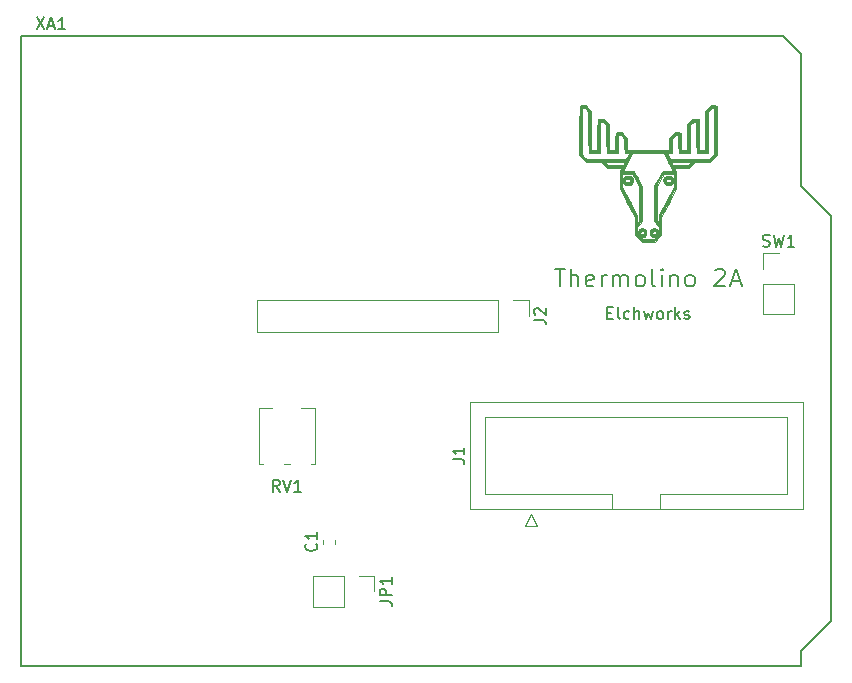
<source format=gbr>
G04 #@! TF.GenerationSoftware,KiCad,Pcbnew,(5.1.6)-1*
G04 #@! TF.CreationDate,2021-01-19T11:24:55+01:00*
G04 #@! TF.ProjectId,Thermolino 2A,54686572-6d6f-46c6-996e-6f2032412e6b,rev?*
G04 #@! TF.SameCoordinates,Original*
G04 #@! TF.FileFunction,Legend,Top*
G04 #@! TF.FilePolarity,Positive*
%FSLAX46Y46*%
G04 Gerber Fmt 4.6, Leading zero omitted, Abs format (unit mm)*
G04 Created by KiCad (PCBNEW (5.1.6)-1) date 2021-01-19 11:24:55*
%MOMM*%
%LPD*%
G01*
G04 APERTURE LIST*
%ADD10C,0.150000*%
%ADD11C,0.200000*%
%ADD12C,0.010000*%
%ADD13C,0.120000*%
%ADD14O,1.727200X1.727200*%
%ADD15O,1.700000X1.700000*%
%ADD16R,1.700000X1.700000*%
%ADD17R,1.300000X2.000000*%
%ADD18R,2.000000X2.000000*%
%ADD19C,1.700000*%
G04 APERTURE END LIST*
D10*
X202033619Y-84383571D02*
X202366952Y-84383571D01*
X202509809Y-84907380D02*
X202033619Y-84907380D01*
X202033619Y-83907380D01*
X202509809Y-83907380D01*
X203081238Y-84907380D02*
X202986000Y-84859761D01*
X202938380Y-84764523D01*
X202938380Y-83907380D01*
X203890761Y-84859761D02*
X203795523Y-84907380D01*
X203605047Y-84907380D01*
X203509809Y-84859761D01*
X203462190Y-84812142D01*
X203414571Y-84716904D01*
X203414571Y-84431190D01*
X203462190Y-84335952D01*
X203509809Y-84288333D01*
X203605047Y-84240714D01*
X203795523Y-84240714D01*
X203890761Y-84288333D01*
X204319333Y-84907380D02*
X204319333Y-83907380D01*
X204747904Y-84907380D02*
X204747904Y-84383571D01*
X204700285Y-84288333D01*
X204605047Y-84240714D01*
X204462190Y-84240714D01*
X204366952Y-84288333D01*
X204319333Y-84335952D01*
X205128857Y-84240714D02*
X205319333Y-84907380D01*
X205509809Y-84431190D01*
X205700285Y-84907380D01*
X205890761Y-84240714D01*
X206414571Y-84907380D02*
X206319333Y-84859761D01*
X206271714Y-84812142D01*
X206224095Y-84716904D01*
X206224095Y-84431190D01*
X206271714Y-84335952D01*
X206319333Y-84288333D01*
X206414571Y-84240714D01*
X206557428Y-84240714D01*
X206652666Y-84288333D01*
X206700285Y-84335952D01*
X206747904Y-84431190D01*
X206747904Y-84716904D01*
X206700285Y-84812142D01*
X206652666Y-84859761D01*
X206557428Y-84907380D01*
X206414571Y-84907380D01*
X207176476Y-84907380D02*
X207176476Y-84240714D01*
X207176476Y-84431190D02*
X207224095Y-84335952D01*
X207271714Y-84288333D01*
X207366952Y-84240714D01*
X207462190Y-84240714D01*
X207795523Y-84907380D02*
X207795523Y-83907380D01*
X207890761Y-84526428D02*
X208176476Y-84907380D01*
X208176476Y-84240714D02*
X207795523Y-84621666D01*
X208557428Y-84859761D02*
X208652666Y-84907380D01*
X208843142Y-84907380D01*
X208938380Y-84859761D01*
X208986000Y-84764523D01*
X208986000Y-84716904D01*
X208938380Y-84621666D01*
X208843142Y-84574047D01*
X208700285Y-84574047D01*
X208605047Y-84526428D01*
X208557428Y-84431190D01*
X208557428Y-84383571D01*
X208605047Y-84288333D01*
X208700285Y-84240714D01*
X208843142Y-84240714D01*
X208938380Y-84288333D01*
D11*
X197557428Y-80649071D02*
X198414571Y-80649071D01*
X197986000Y-82149071D02*
X197986000Y-80649071D01*
X198914571Y-82149071D02*
X198914571Y-80649071D01*
X199557428Y-82149071D02*
X199557428Y-81363357D01*
X199486000Y-81220500D01*
X199343142Y-81149071D01*
X199128857Y-81149071D01*
X198986000Y-81220500D01*
X198914571Y-81291928D01*
X200843142Y-82077642D02*
X200700285Y-82149071D01*
X200414571Y-82149071D01*
X200271714Y-82077642D01*
X200200285Y-81934785D01*
X200200285Y-81363357D01*
X200271714Y-81220500D01*
X200414571Y-81149071D01*
X200700285Y-81149071D01*
X200843142Y-81220500D01*
X200914571Y-81363357D01*
X200914571Y-81506214D01*
X200200285Y-81649071D01*
X201557428Y-82149071D02*
X201557428Y-81149071D01*
X201557428Y-81434785D02*
X201628857Y-81291928D01*
X201700285Y-81220500D01*
X201843142Y-81149071D01*
X201986000Y-81149071D01*
X202486000Y-82149071D02*
X202486000Y-81149071D01*
X202486000Y-81291928D02*
X202557428Y-81220500D01*
X202700285Y-81149071D01*
X202914571Y-81149071D01*
X203057428Y-81220500D01*
X203128857Y-81363357D01*
X203128857Y-82149071D01*
X203128857Y-81363357D02*
X203200285Y-81220500D01*
X203343142Y-81149071D01*
X203557428Y-81149071D01*
X203700285Y-81220500D01*
X203771714Y-81363357D01*
X203771714Y-82149071D01*
X204700285Y-82149071D02*
X204557428Y-82077642D01*
X204486000Y-82006214D01*
X204414571Y-81863357D01*
X204414571Y-81434785D01*
X204486000Y-81291928D01*
X204557428Y-81220500D01*
X204700285Y-81149071D01*
X204914571Y-81149071D01*
X205057428Y-81220500D01*
X205128857Y-81291928D01*
X205200285Y-81434785D01*
X205200285Y-81863357D01*
X205128857Y-82006214D01*
X205057428Y-82077642D01*
X204914571Y-82149071D01*
X204700285Y-82149071D01*
X206057428Y-82149071D02*
X205914571Y-82077642D01*
X205843142Y-81934785D01*
X205843142Y-80649071D01*
X206628857Y-82149071D02*
X206628857Y-81149071D01*
X206628857Y-80649071D02*
X206557428Y-80720500D01*
X206628857Y-80791928D01*
X206700285Y-80720500D01*
X206628857Y-80649071D01*
X206628857Y-80791928D01*
X207343142Y-81149071D02*
X207343142Y-82149071D01*
X207343142Y-81291928D02*
X207414571Y-81220500D01*
X207557428Y-81149071D01*
X207771714Y-81149071D01*
X207914571Y-81220500D01*
X207986000Y-81363357D01*
X207986000Y-82149071D01*
X208914571Y-82149071D02*
X208771714Y-82077642D01*
X208700285Y-82006214D01*
X208628857Y-81863357D01*
X208628857Y-81434785D01*
X208700285Y-81291928D01*
X208771714Y-81220500D01*
X208914571Y-81149071D01*
X209128857Y-81149071D01*
X209271714Y-81220500D01*
X209343142Y-81291928D01*
X209414571Y-81434785D01*
X209414571Y-81863357D01*
X209343142Y-82006214D01*
X209271714Y-82077642D01*
X209128857Y-82149071D01*
X208914571Y-82149071D01*
X211128857Y-80791928D02*
X211200285Y-80720500D01*
X211343142Y-80649071D01*
X211700285Y-80649071D01*
X211843142Y-80720500D01*
X211914571Y-80791928D01*
X211986000Y-80934785D01*
X211986000Y-81077642D01*
X211914571Y-81291928D01*
X211057428Y-82149071D01*
X211986000Y-82149071D01*
X212557428Y-81720500D02*
X213271714Y-81720500D01*
X212414571Y-82149071D02*
X212914571Y-80649071D01*
X213414571Y-82149071D01*
D12*
G36*
X200411847Y-67036420D02*
G01*
X200634600Y-67258140D01*
X200634600Y-70624700D01*
X201193400Y-70624700D01*
X201193400Y-69321680D01*
X201193707Y-69010817D01*
X201194677Y-68747704D01*
X201196379Y-68529294D01*
X201198882Y-68352540D01*
X201202257Y-68214395D01*
X201206572Y-68111812D01*
X201211897Y-68041745D01*
X201218303Y-68001145D01*
X201223879Y-67988180D01*
X201267181Y-67971839D01*
X201354820Y-67961438D01*
X201480603Y-67957701D01*
X201483727Y-67957700D01*
X201713095Y-67957700D01*
X201935847Y-68179420D01*
X202158600Y-68401140D01*
X202158600Y-70624700D01*
X202717400Y-70624700D01*
X202717400Y-69893180D01*
X202718053Y-69661063D01*
X202720109Y-69476087D01*
X202723715Y-69334608D01*
X202729016Y-69232983D01*
X202736157Y-69167567D01*
X202745285Y-69134716D01*
X202747879Y-69131180D01*
X202791195Y-69114847D01*
X202878957Y-69104451D01*
X203005084Y-69100702D01*
X203008759Y-69100700D01*
X203239159Y-69100700D01*
X203460879Y-69323452D01*
X203682600Y-69546204D01*
X203682600Y-70624700D01*
X207289400Y-70624700D01*
X207289400Y-69546204D01*
X207732840Y-69100700D01*
X207963240Y-69100700D01*
X208090268Y-69104269D01*
X208179087Y-69114504D01*
X208223615Y-69130694D01*
X208224120Y-69131180D01*
X208233764Y-69156499D01*
X208241385Y-69213478D01*
X208247130Y-69305761D01*
X208251144Y-69436991D01*
X208253572Y-69610812D01*
X208254560Y-69830868D01*
X208254600Y-69893180D01*
X208254600Y-70624700D01*
X208813400Y-70624700D01*
X208813400Y-68401140D01*
X209258904Y-67957700D01*
X209488272Y-67957700D01*
X209614819Y-67961282D01*
X209703356Y-67971546D01*
X209747691Y-67987765D01*
X209748120Y-67988180D01*
X209755384Y-68008605D01*
X209761516Y-68056205D01*
X209766585Y-68134027D01*
X209770661Y-68245117D01*
X209773814Y-68392522D01*
X209776112Y-68579290D01*
X209777627Y-68808467D01*
X209778427Y-69083099D01*
X209778600Y-69321680D01*
X209778600Y-70624700D01*
X210337400Y-70624700D01*
X210337400Y-67258140D01*
X210782904Y-66814700D01*
X211012272Y-66814700D01*
X211138819Y-66818282D01*
X211227356Y-66828546D01*
X211271691Y-66844765D01*
X211272120Y-66845180D01*
X211277908Y-66863036D01*
X211282985Y-66905956D01*
X211287387Y-66976435D01*
X211291148Y-67076971D01*
X211294305Y-67210058D01*
X211296895Y-67378192D01*
X211298953Y-67583871D01*
X211300514Y-67829590D01*
X211301616Y-68117845D01*
X211302293Y-68451132D01*
X211302583Y-68831948D01*
X211302600Y-68960144D01*
X211302600Y-71044628D01*
X211016452Y-71329964D01*
X210730305Y-71615300D01*
X210095226Y-71615299D01*
X209460146Y-71615299D01*
X209207100Y-71869299D01*
X208954053Y-72123299D01*
X207695161Y-72123299D01*
X207784380Y-72300465D01*
X207873600Y-72477631D01*
X207873600Y-73832681D01*
X207238600Y-75039167D01*
X206603600Y-76245654D01*
X206603600Y-77775628D01*
X206317452Y-78060964D01*
X206031305Y-78346300D01*
X204939071Y-78346300D01*
X204653735Y-78060152D01*
X204368400Y-77774005D01*
X204368400Y-76245654D01*
X203733400Y-75039167D01*
X203098400Y-73832681D01*
X203098400Y-72631300D01*
X203301600Y-72631300D01*
X203301600Y-73741345D01*
X203936600Y-74947832D01*
X204571600Y-76154318D01*
X204571600Y-76450209D01*
X204572273Y-76566015D01*
X204574105Y-76660569D01*
X204576813Y-76723908D01*
X204579994Y-76746100D01*
X204598130Y-76727304D01*
X204635932Y-76678911D01*
X204668894Y-76633997D01*
X204749400Y-76521895D01*
X204749400Y-73705455D01*
X204450961Y-73168377D01*
X204152523Y-72631300D01*
X203301600Y-72631300D01*
X203098400Y-72631300D01*
X203098400Y-72477631D01*
X203136134Y-72402700D01*
X203377908Y-72402700D01*
X204263340Y-72402700D01*
X204311592Y-72472550D01*
X204337303Y-72514137D01*
X204383371Y-72593082D01*
X204445714Y-72702208D01*
X204520249Y-72834338D01*
X204602895Y-72982294D01*
X204656222Y-73078472D01*
X204952600Y-73614545D01*
X204952600Y-76635802D01*
X204762753Y-76887801D01*
X204572907Y-77139800D01*
X204572253Y-77411350D01*
X204574244Y-77528567D01*
X204580240Y-77622221D01*
X204589368Y-77682185D01*
X204597000Y-77698600D01*
X204612059Y-77685332D01*
X204620718Y-77627127D01*
X204621572Y-77597000D01*
X204825600Y-77597000D01*
X204839333Y-77677097D01*
X204884819Y-77721668D01*
X204968489Y-77736607D01*
X204978000Y-77736700D01*
X205047599Y-77728697D01*
X205096583Y-77709138D01*
X205099920Y-77706220D01*
X205121781Y-77660349D01*
X205130400Y-77597000D01*
X205116666Y-77516902D01*
X205071180Y-77472331D01*
X204987510Y-77457392D01*
X204978000Y-77457300D01*
X204890621Y-77469888D01*
X204841998Y-77511584D01*
X204825700Y-77588282D01*
X204825600Y-77597000D01*
X204621572Y-77597000D01*
X204622400Y-77567819D01*
X204625489Y-77480041D01*
X204640432Y-77420985D01*
X204675737Y-77368688D01*
X204716454Y-77325020D01*
X204770852Y-77272676D01*
X204816849Y-77243823D01*
X204873202Y-77231495D01*
X204958668Y-77228722D01*
X204975733Y-77228700D01*
X205067929Y-77230754D01*
X205128451Y-77241493D01*
X205176394Y-77267785D01*
X205230852Y-77316496D01*
X205237279Y-77322754D01*
X205287925Y-77374943D01*
X205316739Y-77418850D01*
X205329868Y-77471830D01*
X205333458Y-77551239D01*
X205333600Y-77594733D01*
X205332005Y-77690170D01*
X205323188Y-77752457D01*
X205301100Y-77799231D01*
X205259694Y-77848127D01*
X205239545Y-77868979D01*
X205179160Y-77925732D01*
X205127192Y-77954378D01*
X205060777Y-77964351D01*
X205006193Y-77965300D01*
X204866895Y-77965300D01*
X204939900Y-78041500D01*
X205012904Y-78117700D01*
X205959095Y-78117700D01*
X206032100Y-78041500D01*
X206105104Y-77965300D01*
X205968073Y-77965300D01*
X205882192Y-77961416D01*
X205823002Y-77943343D01*
X205766595Y-77901445D01*
X205734720Y-77871245D01*
X205684074Y-77819056D01*
X205655260Y-77775149D01*
X205642131Y-77722169D01*
X205638541Y-77642760D01*
X205638400Y-77599266D01*
X205638437Y-77597000D01*
X205841600Y-77597000D01*
X205855333Y-77677097D01*
X205900819Y-77721668D01*
X205984489Y-77736607D01*
X205994000Y-77736700D01*
X206063599Y-77728697D01*
X206112583Y-77709138D01*
X206115920Y-77706220D01*
X206137781Y-77660349D01*
X206146400Y-77597000D01*
X206132666Y-77516902D01*
X206087180Y-77472331D01*
X206003510Y-77457392D01*
X205994000Y-77457300D01*
X205906621Y-77469888D01*
X205857998Y-77511584D01*
X205841700Y-77588282D01*
X205841600Y-77597000D01*
X205638437Y-77597000D01*
X205639994Y-77503829D01*
X205648811Y-77441542D01*
X205670899Y-77394768D01*
X205712305Y-77345872D01*
X205732454Y-77325020D01*
X205786852Y-77272676D01*
X205832849Y-77243823D01*
X205889202Y-77231495D01*
X205974668Y-77228722D01*
X205991733Y-77228700D01*
X206083929Y-77230754D01*
X206144451Y-77241493D01*
X206192394Y-77267785D01*
X206246852Y-77316496D01*
X206253279Y-77322754D01*
X206308240Y-77380660D01*
X206337024Y-77430099D01*
X206348004Y-77492185D01*
X206349600Y-77565553D01*
X206353460Y-77650945D01*
X206364345Y-77694961D01*
X206375000Y-77698600D01*
X206385774Y-77667639D01*
X206394015Y-77596033D01*
X206398850Y-77493909D01*
X206399746Y-77411350D01*
X206399092Y-77139800D01*
X206019400Y-76635802D01*
X206019400Y-73705455D01*
X206222600Y-73705455D01*
X206222600Y-76521895D01*
X206305150Y-76637054D01*
X206387700Y-76752214D01*
X206413100Y-76123800D01*
X207670400Y-73741632D01*
X207670400Y-72631300D01*
X206819476Y-72631300D01*
X206521038Y-73168377D01*
X206222600Y-73705455D01*
X206019400Y-73705455D01*
X206019400Y-73614545D01*
X206315777Y-73078472D01*
X206401394Y-72924325D01*
X206481421Y-72781571D01*
X206551778Y-72657387D01*
X206608381Y-72558951D01*
X206647150Y-72493438D01*
X206660407Y-72472549D01*
X206708659Y-72402699D01*
X207151375Y-72402700D01*
X207594091Y-72402700D01*
X207200644Y-71615300D01*
X207442351Y-71615300D01*
X207510867Y-71755000D01*
X207579382Y-71894700D01*
X208878635Y-71894700D01*
X209016600Y-71755000D01*
X209154564Y-71615300D01*
X207442351Y-71615300D01*
X207200644Y-71615300D01*
X206819887Y-70853300D01*
X207061103Y-70853300D01*
X207326381Y-71386700D01*
X210653895Y-71386700D01*
X210876647Y-71164979D01*
X211099400Y-70943259D01*
X211099400Y-67043300D01*
X210979433Y-67043300D01*
X210919143Y-67045681D01*
X210871616Y-67057602D01*
X210824188Y-67086225D01*
X210764194Y-67138711D01*
X210700033Y-67201316D01*
X210540600Y-67359332D01*
X210540600Y-69075836D01*
X210540378Y-69434102D01*
X210539683Y-69744288D01*
X210538467Y-70009113D01*
X210536682Y-70231296D01*
X210534281Y-70413555D01*
X210531216Y-70558609D01*
X210527440Y-70669177D01*
X210522906Y-70747976D01*
X210517566Y-70797727D01*
X210511373Y-70821146D01*
X210510119Y-70822820D01*
X210473126Y-70834818D01*
X210395999Y-70844019D01*
X210289328Y-70850424D01*
X210163700Y-70854032D01*
X210029706Y-70854843D01*
X209897935Y-70852858D01*
X209778975Y-70848076D01*
X209683415Y-70840497D01*
X209621846Y-70830122D01*
X209605880Y-70822820D01*
X209598615Y-70802394D01*
X209592483Y-70754794D01*
X209587414Y-70676972D01*
X209583338Y-70565882D01*
X209580185Y-70418477D01*
X209577887Y-70231709D01*
X209576372Y-70002532D01*
X209575572Y-69727900D01*
X209575400Y-69489320D01*
X209575400Y-68186300D01*
X209455433Y-68186300D01*
X209395143Y-68188681D01*
X209347616Y-68200602D01*
X209300188Y-68229225D01*
X209240194Y-68281711D01*
X209176033Y-68344316D01*
X209016600Y-68502332D01*
X209016600Y-69647336D01*
X209016238Y-69938273D01*
X209015098Y-70181616D01*
X209013097Y-70380565D01*
X209010152Y-70538320D01*
X209006180Y-70658083D01*
X209001097Y-70743053D01*
X208994821Y-70796432D01*
X208987269Y-70821419D01*
X208986120Y-70822819D01*
X208949126Y-70834818D01*
X208871999Y-70844019D01*
X208765328Y-70850424D01*
X208639700Y-70854032D01*
X208505706Y-70854843D01*
X208373935Y-70852858D01*
X208254975Y-70848076D01*
X208159415Y-70840497D01*
X208097846Y-70830122D01*
X208081880Y-70822820D01*
X208072235Y-70797500D01*
X208064614Y-70740521D01*
X208058869Y-70648238D01*
X208054855Y-70517008D01*
X208052427Y-70343187D01*
X208051439Y-70123131D01*
X208051400Y-70060820D01*
X208051400Y-69329300D01*
X207931433Y-69329300D01*
X207871143Y-69331681D01*
X207823616Y-69343602D01*
X207776188Y-69372225D01*
X207716194Y-69424711D01*
X207652033Y-69487316D01*
X207492600Y-69645332D01*
X207492600Y-70218836D01*
X207491670Y-70425145D01*
X207488758Y-70584379D01*
X207483678Y-70700232D01*
X207476241Y-70776396D01*
X207466263Y-70816564D01*
X207462120Y-70822819D01*
X207419791Y-70839415D01*
X207338679Y-70850105D01*
X207246371Y-70853300D01*
X207061103Y-70853300D01*
X206819887Y-70853300D01*
X204152112Y-70853300D01*
X203377908Y-72402700D01*
X203136134Y-72402700D01*
X203276838Y-72123299D01*
X202017946Y-72123299D01*
X201764899Y-71869299D01*
X201511854Y-71615300D01*
X201817435Y-71615300D01*
X201955400Y-71755000D01*
X202093364Y-71894700D01*
X203392617Y-71894700D01*
X203461132Y-71755000D01*
X203529648Y-71615300D01*
X201817435Y-71615300D01*
X201511854Y-71615300D01*
X201511853Y-71615299D01*
X200875962Y-71615299D01*
X200240071Y-71615300D01*
X199954735Y-71329152D01*
X199669400Y-71043005D01*
X199669400Y-68959332D01*
X199669576Y-68563343D01*
X199670130Y-68215657D01*
X199671096Y-67913777D01*
X199672512Y-67655206D01*
X199674413Y-67437447D01*
X199676835Y-67258005D01*
X199679813Y-67114382D01*
X199682114Y-67043300D01*
X199872600Y-67043300D01*
X199872600Y-70941195D01*
X200094320Y-71163947D01*
X200316040Y-71386700D01*
X203645618Y-71386700D01*
X203910896Y-70853300D01*
X203725628Y-70853300D01*
X203620522Y-70849066D01*
X203543959Y-70837480D01*
X203509880Y-70822820D01*
X203498950Y-70794385D01*
X203490635Y-70731216D01*
X203484747Y-70629621D01*
X203481100Y-70485907D01*
X203479507Y-70296383D01*
X203479400Y-70220253D01*
X203479399Y-69648166D01*
X203321383Y-69488733D01*
X203243566Y-69411938D01*
X203188079Y-69364802D01*
X203142300Y-69340123D01*
X203093606Y-69330698D01*
X203041983Y-69329300D01*
X202920600Y-69329300D01*
X202920600Y-70060820D01*
X202919946Y-70292936D01*
X202917890Y-70477912D01*
X202914284Y-70619391D01*
X202908983Y-70721016D01*
X202901842Y-70786432D01*
X202892714Y-70819283D01*
X202890119Y-70822820D01*
X202853126Y-70834818D01*
X202775999Y-70844019D01*
X202669328Y-70850424D01*
X202543700Y-70854032D01*
X202409706Y-70854843D01*
X202277935Y-70852858D01*
X202158975Y-70848076D01*
X202063415Y-70840497D01*
X202001846Y-70830122D01*
X201985879Y-70822819D01*
X201978140Y-70801496D01*
X201971689Y-70752217D01*
X201966445Y-70671779D01*
X201962323Y-70556980D01*
X201959242Y-70404619D01*
X201957117Y-70211492D01*
X201955866Y-69974399D01*
X201955406Y-69690138D01*
X201955399Y-69648753D01*
X201955399Y-68505166D01*
X201797383Y-68345733D01*
X201719566Y-68268938D01*
X201664079Y-68221802D01*
X201618300Y-68197123D01*
X201569606Y-68187698D01*
X201517983Y-68186299D01*
X201396600Y-68186300D01*
X201396600Y-69489319D01*
X201396292Y-69800182D01*
X201395322Y-70063295D01*
X201393620Y-70281705D01*
X201391117Y-70458459D01*
X201387742Y-70596604D01*
X201383427Y-70699187D01*
X201378102Y-70769254D01*
X201371696Y-70809854D01*
X201366120Y-70822819D01*
X201329126Y-70834818D01*
X201251999Y-70844019D01*
X201145328Y-70850424D01*
X201019700Y-70854032D01*
X200885706Y-70854843D01*
X200753935Y-70852858D01*
X200634975Y-70848076D01*
X200539415Y-70840497D01*
X200477846Y-70830122D01*
X200461879Y-70822820D01*
X200455519Y-70804005D01*
X200450022Y-70759363D01*
X200445340Y-70686174D01*
X200441425Y-70581718D01*
X200438232Y-70443277D01*
X200435711Y-70268130D01*
X200433815Y-70053557D01*
X200432498Y-69796840D01*
X200431711Y-69495259D01*
X200431407Y-69146093D01*
X200431400Y-69077253D01*
X200431399Y-67362166D01*
X200273383Y-67202733D01*
X200195566Y-67125938D01*
X200140079Y-67078802D01*
X200094300Y-67054123D01*
X200045606Y-67044698D01*
X199993983Y-67043300D01*
X199872600Y-67043300D01*
X199682114Y-67043300D01*
X199683385Y-67004082D01*
X199687586Y-66924610D01*
X199692452Y-66873467D01*
X199698019Y-66848157D01*
X199699879Y-66845180D01*
X199743181Y-66828839D01*
X199830820Y-66818438D01*
X199956603Y-66814701D01*
X199959727Y-66814700D01*
X200189095Y-66814700D01*
X200411847Y-67036420D01*
G37*
X200411847Y-67036420D02*
X200634600Y-67258140D01*
X200634600Y-70624700D01*
X201193400Y-70624700D01*
X201193400Y-69321680D01*
X201193707Y-69010817D01*
X201194677Y-68747704D01*
X201196379Y-68529294D01*
X201198882Y-68352540D01*
X201202257Y-68214395D01*
X201206572Y-68111812D01*
X201211897Y-68041745D01*
X201218303Y-68001145D01*
X201223879Y-67988180D01*
X201267181Y-67971839D01*
X201354820Y-67961438D01*
X201480603Y-67957701D01*
X201483727Y-67957700D01*
X201713095Y-67957700D01*
X201935847Y-68179420D01*
X202158600Y-68401140D01*
X202158600Y-70624700D01*
X202717400Y-70624700D01*
X202717400Y-69893180D01*
X202718053Y-69661063D01*
X202720109Y-69476087D01*
X202723715Y-69334608D01*
X202729016Y-69232983D01*
X202736157Y-69167567D01*
X202745285Y-69134716D01*
X202747879Y-69131180D01*
X202791195Y-69114847D01*
X202878957Y-69104451D01*
X203005084Y-69100702D01*
X203008759Y-69100700D01*
X203239159Y-69100700D01*
X203460879Y-69323452D01*
X203682600Y-69546204D01*
X203682600Y-70624700D01*
X207289400Y-70624700D01*
X207289400Y-69546204D01*
X207732840Y-69100700D01*
X207963240Y-69100700D01*
X208090268Y-69104269D01*
X208179087Y-69114504D01*
X208223615Y-69130694D01*
X208224120Y-69131180D01*
X208233764Y-69156499D01*
X208241385Y-69213478D01*
X208247130Y-69305761D01*
X208251144Y-69436991D01*
X208253572Y-69610812D01*
X208254560Y-69830868D01*
X208254600Y-69893180D01*
X208254600Y-70624700D01*
X208813400Y-70624700D01*
X208813400Y-68401140D01*
X209258904Y-67957700D01*
X209488272Y-67957700D01*
X209614819Y-67961282D01*
X209703356Y-67971546D01*
X209747691Y-67987765D01*
X209748120Y-67988180D01*
X209755384Y-68008605D01*
X209761516Y-68056205D01*
X209766585Y-68134027D01*
X209770661Y-68245117D01*
X209773814Y-68392522D01*
X209776112Y-68579290D01*
X209777627Y-68808467D01*
X209778427Y-69083099D01*
X209778600Y-69321680D01*
X209778600Y-70624700D01*
X210337400Y-70624700D01*
X210337400Y-67258140D01*
X210782904Y-66814700D01*
X211012272Y-66814700D01*
X211138819Y-66818282D01*
X211227356Y-66828546D01*
X211271691Y-66844765D01*
X211272120Y-66845180D01*
X211277908Y-66863036D01*
X211282985Y-66905956D01*
X211287387Y-66976435D01*
X211291148Y-67076971D01*
X211294305Y-67210058D01*
X211296895Y-67378192D01*
X211298953Y-67583871D01*
X211300514Y-67829590D01*
X211301616Y-68117845D01*
X211302293Y-68451132D01*
X211302583Y-68831948D01*
X211302600Y-68960144D01*
X211302600Y-71044628D01*
X211016452Y-71329964D01*
X210730305Y-71615300D01*
X210095226Y-71615299D01*
X209460146Y-71615299D01*
X209207100Y-71869299D01*
X208954053Y-72123299D01*
X207695161Y-72123299D01*
X207784380Y-72300465D01*
X207873600Y-72477631D01*
X207873600Y-73832681D01*
X207238600Y-75039167D01*
X206603600Y-76245654D01*
X206603600Y-77775628D01*
X206317452Y-78060964D01*
X206031305Y-78346300D01*
X204939071Y-78346300D01*
X204653735Y-78060152D01*
X204368400Y-77774005D01*
X204368400Y-76245654D01*
X203733400Y-75039167D01*
X203098400Y-73832681D01*
X203098400Y-72631300D01*
X203301600Y-72631300D01*
X203301600Y-73741345D01*
X203936600Y-74947832D01*
X204571600Y-76154318D01*
X204571600Y-76450209D01*
X204572273Y-76566015D01*
X204574105Y-76660569D01*
X204576813Y-76723908D01*
X204579994Y-76746100D01*
X204598130Y-76727304D01*
X204635932Y-76678911D01*
X204668894Y-76633997D01*
X204749400Y-76521895D01*
X204749400Y-73705455D01*
X204450961Y-73168377D01*
X204152523Y-72631300D01*
X203301600Y-72631300D01*
X203098400Y-72631300D01*
X203098400Y-72477631D01*
X203136134Y-72402700D01*
X203377908Y-72402700D01*
X204263340Y-72402700D01*
X204311592Y-72472550D01*
X204337303Y-72514137D01*
X204383371Y-72593082D01*
X204445714Y-72702208D01*
X204520249Y-72834338D01*
X204602895Y-72982294D01*
X204656222Y-73078472D01*
X204952600Y-73614545D01*
X204952600Y-76635802D01*
X204762753Y-76887801D01*
X204572907Y-77139800D01*
X204572253Y-77411350D01*
X204574244Y-77528567D01*
X204580240Y-77622221D01*
X204589368Y-77682185D01*
X204597000Y-77698600D01*
X204612059Y-77685332D01*
X204620718Y-77627127D01*
X204621572Y-77597000D01*
X204825600Y-77597000D01*
X204839333Y-77677097D01*
X204884819Y-77721668D01*
X204968489Y-77736607D01*
X204978000Y-77736700D01*
X205047599Y-77728697D01*
X205096583Y-77709138D01*
X205099920Y-77706220D01*
X205121781Y-77660349D01*
X205130400Y-77597000D01*
X205116666Y-77516902D01*
X205071180Y-77472331D01*
X204987510Y-77457392D01*
X204978000Y-77457300D01*
X204890621Y-77469888D01*
X204841998Y-77511584D01*
X204825700Y-77588282D01*
X204825600Y-77597000D01*
X204621572Y-77597000D01*
X204622400Y-77567819D01*
X204625489Y-77480041D01*
X204640432Y-77420985D01*
X204675737Y-77368688D01*
X204716454Y-77325020D01*
X204770852Y-77272676D01*
X204816849Y-77243823D01*
X204873202Y-77231495D01*
X204958668Y-77228722D01*
X204975733Y-77228700D01*
X205067929Y-77230754D01*
X205128451Y-77241493D01*
X205176394Y-77267785D01*
X205230852Y-77316496D01*
X205237279Y-77322754D01*
X205287925Y-77374943D01*
X205316739Y-77418850D01*
X205329868Y-77471830D01*
X205333458Y-77551239D01*
X205333600Y-77594733D01*
X205332005Y-77690170D01*
X205323188Y-77752457D01*
X205301100Y-77799231D01*
X205259694Y-77848127D01*
X205239545Y-77868979D01*
X205179160Y-77925732D01*
X205127192Y-77954378D01*
X205060777Y-77964351D01*
X205006193Y-77965300D01*
X204866895Y-77965300D01*
X204939900Y-78041500D01*
X205012904Y-78117700D01*
X205959095Y-78117700D01*
X206032100Y-78041500D01*
X206105104Y-77965300D01*
X205968073Y-77965300D01*
X205882192Y-77961416D01*
X205823002Y-77943343D01*
X205766595Y-77901445D01*
X205734720Y-77871245D01*
X205684074Y-77819056D01*
X205655260Y-77775149D01*
X205642131Y-77722169D01*
X205638541Y-77642760D01*
X205638400Y-77599266D01*
X205638437Y-77597000D01*
X205841600Y-77597000D01*
X205855333Y-77677097D01*
X205900819Y-77721668D01*
X205984489Y-77736607D01*
X205994000Y-77736700D01*
X206063599Y-77728697D01*
X206112583Y-77709138D01*
X206115920Y-77706220D01*
X206137781Y-77660349D01*
X206146400Y-77597000D01*
X206132666Y-77516902D01*
X206087180Y-77472331D01*
X206003510Y-77457392D01*
X205994000Y-77457300D01*
X205906621Y-77469888D01*
X205857998Y-77511584D01*
X205841700Y-77588282D01*
X205841600Y-77597000D01*
X205638437Y-77597000D01*
X205639994Y-77503829D01*
X205648811Y-77441542D01*
X205670899Y-77394768D01*
X205712305Y-77345872D01*
X205732454Y-77325020D01*
X205786852Y-77272676D01*
X205832849Y-77243823D01*
X205889202Y-77231495D01*
X205974668Y-77228722D01*
X205991733Y-77228700D01*
X206083929Y-77230754D01*
X206144451Y-77241493D01*
X206192394Y-77267785D01*
X206246852Y-77316496D01*
X206253279Y-77322754D01*
X206308240Y-77380660D01*
X206337024Y-77430099D01*
X206348004Y-77492185D01*
X206349600Y-77565553D01*
X206353460Y-77650945D01*
X206364345Y-77694961D01*
X206375000Y-77698600D01*
X206385774Y-77667639D01*
X206394015Y-77596033D01*
X206398850Y-77493909D01*
X206399746Y-77411350D01*
X206399092Y-77139800D01*
X206019400Y-76635802D01*
X206019400Y-73705455D01*
X206222600Y-73705455D01*
X206222600Y-76521895D01*
X206305150Y-76637054D01*
X206387700Y-76752214D01*
X206413100Y-76123800D01*
X207670400Y-73741632D01*
X207670400Y-72631300D01*
X206819476Y-72631300D01*
X206521038Y-73168377D01*
X206222600Y-73705455D01*
X206019400Y-73705455D01*
X206019400Y-73614545D01*
X206315777Y-73078472D01*
X206401394Y-72924325D01*
X206481421Y-72781571D01*
X206551778Y-72657387D01*
X206608381Y-72558951D01*
X206647150Y-72493438D01*
X206660407Y-72472549D01*
X206708659Y-72402699D01*
X207151375Y-72402700D01*
X207594091Y-72402700D01*
X207200644Y-71615300D01*
X207442351Y-71615300D01*
X207510867Y-71755000D01*
X207579382Y-71894700D01*
X208878635Y-71894700D01*
X209016600Y-71755000D01*
X209154564Y-71615300D01*
X207442351Y-71615300D01*
X207200644Y-71615300D01*
X206819887Y-70853300D01*
X207061103Y-70853300D01*
X207326381Y-71386700D01*
X210653895Y-71386700D01*
X210876647Y-71164979D01*
X211099400Y-70943259D01*
X211099400Y-67043300D01*
X210979433Y-67043300D01*
X210919143Y-67045681D01*
X210871616Y-67057602D01*
X210824188Y-67086225D01*
X210764194Y-67138711D01*
X210700033Y-67201316D01*
X210540600Y-67359332D01*
X210540600Y-69075836D01*
X210540378Y-69434102D01*
X210539683Y-69744288D01*
X210538467Y-70009113D01*
X210536682Y-70231296D01*
X210534281Y-70413555D01*
X210531216Y-70558609D01*
X210527440Y-70669177D01*
X210522906Y-70747976D01*
X210517566Y-70797727D01*
X210511373Y-70821146D01*
X210510119Y-70822820D01*
X210473126Y-70834818D01*
X210395999Y-70844019D01*
X210289328Y-70850424D01*
X210163700Y-70854032D01*
X210029706Y-70854843D01*
X209897935Y-70852858D01*
X209778975Y-70848076D01*
X209683415Y-70840497D01*
X209621846Y-70830122D01*
X209605880Y-70822820D01*
X209598615Y-70802394D01*
X209592483Y-70754794D01*
X209587414Y-70676972D01*
X209583338Y-70565882D01*
X209580185Y-70418477D01*
X209577887Y-70231709D01*
X209576372Y-70002532D01*
X209575572Y-69727900D01*
X209575400Y-69489320D01*
X209575400Y-68186300D01*
X209455433Y-68186300D01*
X209395143Y-68188681D01*
X209347616Y-68200602D01*
X209300188Y-68229225D01*
X209240194Y-68281711D01*
X209176033Y-68344316D01*
X209016600Y-68502332D01*
X209016600Y-69647336D01*
X209016238Y-69938273D01*
X209015098Y-70181616D01*
X209013097Y-70380565D01*
X209010152Y-70538320D01*
X209006180Y-70658083D01*
X209001097Y-70743053D01*
X208994821Y-70796432D01*
X208987269Y-70821419D01*
X208986120Y-70822819D01*
X208949126Y-70834818D01*
X208871999Y-70844019D01*
X208765328Y-70850424D01*
X208639700Y-70854032D01*
X208505706Y-70854843D01*
X208373935Y-70852858D01*
X208254975Y-70848076D01*
X208159415Y-70840497D01*
X208097846Y-70830122D01*
X208081880Y-70822820D01*
X208072235Y-70797500D01*
X208064614Y-70740521D01*
X208058869Y-70648238D01*
X208054855Y-70517008D01*
X208052427Y-70343187D01*
X208051439Y-70123131D01*
X208051400Y-70060820D01*
X208051400Y-69329300D01*
X207931433Y-69329300D01*
X207871143Y-69331681D01*
X207823616Y-69343602D01*
X207776188Y-69372225D01*
X207716194Y-69424711D01*
X207652033Y-69487316D01*
X207492600Y-69645332D01*
X207492600Y-70218836D01*
X207491670Y-70425145D01*
X207488758Y-70584379D01*
X207483678Y-70700232D01*
X207476241Y-70776396D01*
X207466263Y-70816564D01*
X207462120Y-70822819D01*
X207419791Y-70839415D01*
X207338679Y-70850105D01*
X207246371Y-70853300D01*
X207061103Y-70853300D01*
X206819887Y-70853300D01*
X204152112Y-70853300D01*
X203377908Y-72402700D01*
X203136134Y-72402700D01*
X203276838Y-72123299D01*
X202017946Y-72123299D01*
X201764899Y-71869299D01*
X201511854Y-71615300D01*
X201817435Y-71615300D01*
X201955400Y-71755000D01*
X202093364Y-71894700D01*
X203392617Y-71894700D01*
X203461132Y-71755000D01*
X203529648Y-71615300D01*
X201817435Y-71615300D01*
X201511854Y-71615300D01*
X201511853Y-71615299D01*
X200875962Y-71615299D01*
X200240071Y-71615300D01*
X199954735Y-71329152D01*
X199669400Y-71043005D01*
X199669400Y-68959332D01*
X199669576Y-68563343D01*
X199670130Y-68215657D01*
X199671096Y-67913777D01*
X199672512Y-67655206D01*
X199674413Y-67437447D01*
X199676835Y-67258005D01*
X199679813Y-67114382D01*
X199682114Y-67043300D01*
X199872600Y-67043300D01*
X199872600Y-70941195D01*
X200094320Y-71163947D01*
X200316040Y-71386700D01*
X203645618Y-71386700D01*
X203910896Y-70853300D01*
X203725628Y-70853300D01*
X203620522Y-70849066D01*
X203543959Y-70837480D01*
X203509880Y-70822820D01*
X203498950Y-70794385D01*
X203490635Y-70731216D01*
X203484747Y-70629621D01*
X203481100Y-70485907D01*
X203479507Y-70296383D01*
X203479400Y-70220253D01*
X203479399Y-69648166D01*
X203321383Y-69488733D01*
X203243566Y-69411938D01*
X203188079Y-69364802D01*
X203142300Y-69340123D01*
X203093606Y-69330698D01*
X203041983Y-69329300D01*
X202920600Y-69329300D01*
X202920600Y-70060820D01*
X202919946Y-70292936D01*
X202917890Y-70477912D01*
X202914284Y-70619391D01*
X202908983Y-70721016D01*
X202901842Y-70786432D01*
X202892714Y-70819283D01*
X202890119Y-70822820D01*
X202853126Y-70834818D01*
X202775999Y-70844019D01*
X202669328Y-70850424D01*
X202543700Y-70854032D01*
X202409706Y-70854843D01*
X202277935Y-70852858D01*
X202158975Y-70848076D01*
X202063415Y-70840497D01*
X202001846Y-70830122D01*
X201985879Y-70822819D01*
X201978140Y-70801496D01*
X201971689Y-70752217D01*
X201966445Y-70671779D01*
X201962323Y-70556980D01*
X201959242Y-70404619D01*
X201957117Y-70211492D01*
X201955866Y-69974399D01*
X201955406Y-69690138D01*
X201955399Y-69648753D01*
X201955399Y-68505166D01*
X201797383Y-68345733D01*
X201719566Y-68268938D01*
X201664079Y-68221802D01*
X201618300Y-68197123D01*
X201569606Y-68187698D01*
X201517983Y-68186299D01*
X201396600Y-68186300D01*
X201396600Y-69489319D01*
X201396292Y-69800182D01*
X201395322Y-70063295D01*
X201393620Y-70281705D01*
X201391117Y-70458459D01*
X201387742Y-70596604D01*
X201383427Y-70699187D01*
X201378102Y-70769254D01*
X201371696Y-70809854D01*
X201366120Y-70822819D01*
X201329126Y-70834818D01*
X201251999Y-70844019D01*
X201145328Y-70850424D01*
X201019700Y-70854032D01*
X200885706Y-70854843D01*
X200753935Y-70852858D01*
X200634975Y-70848076D01*
X200539415Y-70840497D01*
X200477846Y-70830122D01*
X200461879Y-70822820D01*
X200455519Y-70804005D01*
X200450022Y-70759363D01*
X200445340Y-70686174D01*
X200441425Y-70581718D01*
X200438232Y-70443277D01*
X200435711Y-70268130D01*
X200433815Y-70053557D01*
X200432498Y-69796840D01*
X200431711Y-69495259D01*
X200431407Y-69146093D01*
X200431400Y-69077253D01*
X200431399Y-67362166D01*
X200273383Y-67202733D01*
X200195566Y-67125938D01*
X200140079Y-67078802D01*
X200094300Y-67054123D01*
X200045606Y-67044698D01*
X199993983Y-67043300D01*
X199872600Y-67043300D01*
X199682114Y-67043300D01*
X199683385Y-67004082D01*
X199687586Y-66924610D01*
X199692452Y-66873467D01*
X199698019Y-66848157D01*
X199699879Y-66845180D01*
X199743181Y-66828839D01*
X199830820Y-66818438D01*
X199956603Y-66814701D01*
X199959727Y-66814700D01*
X200189095Y-66814700D01*
X200411847Y-67036420D01*
G36*
X204096545Y-72880020D02*
G01*
X204146131Y-72933819D01*
X204174285Y-72979329D01*
X204187053Y-73034188D01*
X204190485Y-73116032D01*
X204190600Y-73154266D01*
X204189120Y-73249265D01*
X204180582Y-73310827D01*
X204158841Y-73356308D01*
X204117750Y-73403064D01*
X204094279Y-73426245D01*
X203997958Y-73520300D01*
X203540509Y-73520300D01*
X203446454Y-73423979D01*
X203396868Y-73370180D01*
X203368714Y-73324670D01*
X203355946Y-73269811D01*
X203352514Y-73187967D01*
X203352407Y-73152000D01*
X203555600Y-73152000D01*
X203564893Y-73217769D01*
X203586080Y-73261220D01*
X203629883Y-73279016D01*
X203705563Y-73288874D01*
X203794819Y-73290794D01*
X203879352Y-73284777D01*
X203940862Y-73270821D01*
X203956920Y-73261219D01*
X203978781Y-73215349D01*
X203987400Y-73152000D01*
X203978424Y-73082669D01*
X203945733Y-73040005D01*
X203880684Y-73018414D01*
X203774632Y-73012302D01*
X203771500Y-73012300D01*
X203664353Y-73018107D01*
X203598418Y-73039260D01*
X203565049Y-73081351D01*
X203555604Y-73149973D01*
X203555600Y-73152000D01*
X203352407Y-73152000D01*
X203352400Y-73149733D01*
X203353879Y-73054734D01*
X203362417Y-72993172D01*
X203384158Y-72947691D01*
X203425249Y-72900935D01*
X203448720Y-72877754D01*
X203545041Y-72783700D01*
X204002490Y-72783700D01*
X204096545Y-72880020D01*
G37*
X204096545Y-72880020D02*
X204146131Y-72933819D01*
X204174285Y-72979329D01*
X204187053Y-73034188D01*
X204190485Y-73116032D01*
X204190600Y-73154266D01*
X204189120Y-73249265D01*
X204180582Y-73310827D01*
X204158841Y-73356308D01*
X204117750Y-73403064D01*
X204094279Y-73426245D01*
X203997958Y-73520300D01*
X203540509Y-73520300D01*
X203446454Y-73423979D01*
X203396868Y-73370180D01*
X203368714Y-73324670D01*
X203355946Y-73269811D01*
X203352514Y-73187967D01*
X203352407Y-73152000D01*
X203555600Y-73152000D01*
X203564893Y-73217769D01*
X203586080Y-73261220D01*
X203629883Y-73279016D01*
X203705563Y-73288874D01*
X203794819Y-73290794D01*
X203879352Y-73284777D01*
X203940862Y-73270821D01*
X203956920Y-73261219D01*
X203978781Y-73215349D01*
X203987400Y-73152000D01*
X203978424Y-73082669D01*
X203945733Y-73040005D01*
X203880684Y-73018414D01*
X203774632Y-73012302D01*
X203771500Y-73012300D01*
X203664353Y-73018107D01*
X203598418Y-73039260D01*
X203565049Y-73081351D01*
X203555604Y-73149973D01*
X203555600Y-73152000D01*
X203352407Y-73152000D01*
X203352400Y-73149733D01*
X203353879Y-73054734D01*
X203362417Y-72993172D01*
X203384158Y-72947691D01*
X203425249Y-72900935D01*
X203448720Y-72877754D01*
X203545041Y-72783700D01*
X204002490Y-72783700D01*
X204096545Y-72880020D01*
G36*
X207525545Y-72880020D02*
G01*
X207575131Y-72933819D01*
X207603285Y-72979329D01*
X207616053Y-73034188D01*
X207619485Y-73116032D01*
X207619600Y-73154266D01*
X207618120Y-73249265D01*
X207609582Y-73310827D01*
X207587841Y-73356308D01*
X207546750Y-73403064D01*
X207523279Y-73426245D01*
X207426958Y-73520300D01*
X206969509Y-73520300D01*
X206875454Y-73423979D01*
X206825868Y-73370180D01*
X206797714Y-73324670D01*
X206784946Y-73269811D01*
X206781514Y-73187967D01*
X206781407Y-73152000D01*
X206984600Y-73152000D01*
X206993893Y-73217769D01*
X207015080Y-73261220D01*
X207058883Y-73279016D01*
X207134563Y-73288874D01*
X207223819Y-73290794D01*
X207308352Y-73284777D01*
X207369862Y-73270821D01*
X207385920Y-73261219D01*
X207407781Y-73215349D01*
X207416400Y-73152000D01*
X207407424Y-73082669D01*
X207374733Y-73040005D01*
X207309684Y-73018414D01*
X207203632Y-73012302D01*
X207200500Y-73012300D01*
X207093353Y-73018107D01*
X207027418Y-73039260D01*
X206994049Y-73081351D01*
X206984604Y-73149973D01*
X206984600Y-73152000D01*
X206781407Y-73152000D01*
X206781400Y-73149733D01*
X206782879Y-73054734D01*
X206791417Y-72993172D01*
X206813158Y-72947691D01*
X206854249Y-72900935D01*
X206877720Y-72877754D01*
X206974041Y-72783700D01*
X207431490Y-72783700D01*
X207525545Y-72880020D01*
G37*
X207525545Y-72880020D02*
X207575131Y-72933819D01*
X207603285Y-72979329D01*
X207616053Y-73034188D01*
X207619485Y-73116032D01*
X207619600Y-73154266D01*
X207618120Y-73249265D01*
X207609582Y-73310827D01*
X207587841Y-73356308D01*
X207546750Y-73403064D01*
X207523279Y-73426245D01*
X207426958Y-73520300D01*
X206969509Y-73520300D01*
X206875454Y-73423979D01*
X206825868Y-73370180D01*
X206797714Y-73324670D01*
X206784946Y-73269811D01*
X206781514Y-73187967D01*
X206781407Y-73152000D01*
X206984600Y-73152000D01*
X206993893Y-73217769D01*
X207015080Y-73261220D01*
X207058883Y-73279016D01*
X207134563Y-73288874D01*
X207223819Y-73290794D01*
X207308352Y-73284777D01*
X207369862Y-73270821D01*
X207385920Y-73261219D01*
X207407781Y-73215349D01*
X207416400Y-73152000D01*
X207407424Y-73082669D01*
X207374733Y-73040005D01*
X207309684Y-73018414D01*
X207203632Y-73012302D01*
X207200500Y-73012300D01*
X207093353Y-73018107D01*
X207027418Y-73039260D01*
X206994049Y-73081351D01*
X206984604Y-73149973D01*
X206984600Y-73152000D01*
X206781407Y-73152000D01*
X206781400Y-73149733D01*
X206782879Y-73054734D01*
X206791417Y-72993172D01*
X206813158Y-72947691D01*
X206854249Y-72900935D01*
X206877720Y-72877754D01*
X206974041Y-72783700D01*
X207431490Y-72783700D01*
X207525545Y-72880020D01*
D10*
X152402000Y-60929500D02*
X216918000Y-60929500D01*
X152402000Y-114269500D02*
X218442000Y-114269500D01*
X216918000Y-60929500D02*
X218442000Y-62453500D01*
X218442000Y-114269500D02*
X218442000Y-112999500D01*
X218442000Y-112999500D02*
X220982000Y-110459500D01*
X220982000Y-110459500D02*
X220982000Y-76169500D01*
X220982000Y-76169500D02*
X218442000Y-73629500D01*
X218442000Y-73629500D02*
X218442000Y-62453500D01*
X152402000Y-60929500D02*
X152402000Y-114269500D01*
D13*
X215205000Y-79315000D02*
X216535000Y-79315000D01*
X215205000Y-80645000D02*
X215205000Y-79315000D01*
X215205000Y-81915000D02*
X217865000Y-81915000D01*
X217865000Y-81915000D02*
X217865000Y-84515000D01*
X215205000Y-81915000D02*
X215205000Y-84515000D01*
X215205000Y-84515000D02*
X217865000Y-84515000D01*
X172509000Y-97175500D02*
X172509000Y-92435500D01*
X177249000Y-97175500D02*
X177249000Y-92435500D01*
X173639000Y-92435500D02*
X172509000Y-92435500D01*
X177249000Y-92435500D02*
X176119000Y-92435500D01*
X175138000Y-97175500D02*
X174619000Y-97175500D01*
X177249000Y-97175500D02*
X176918000Y-97175500D01*
X172839000Y-97175500D02*
X172509000Y-97175500D01*
X182305000Y-106620000D02*
X182305000Y-107950000D01*
X180975000Y-106620000D02*
X182305000Y-106620000D01*
X179705000Y-106620000D02*
X179705000Y-109280000D01*
X179705000Y-109280000D02*
X177105000Y-109280000D01*
X179705000Y-106620000D02*
X177105000Y-106620000D01*
X177105000Y-106620000D02*
X177105000Y-109280000D01*
X195386000Y-83315500D02*
X195386000Y-84645500D01*
X194056000Y-83315500D02*
X195386000Y-83315500D01*
X192786000Y-83315500D02*
X192786000Y-85975500D01*
X192786000Y-85975500D02*
X172406000Y-85975500D01*
X192786000Y-83315500D02*
X172406000Y-83315500D01*
X172406000Y-83315500D02*
X172406000Y-85975500D01*
X196080000Y-102406500D02*
X195580000Y-101406500D01*
X195080000Y-102406500D02*
X196080000Y-102406500D01*
X195580000Y-101406500D02*
X195080000Y-102406500D01*
X206520000Y-99706500D02*
X206520000Y-101016500D01*
X206520000Y-99706500D02*
X206520000Y-99706500D01*
X217270000Y-99706500D02*
X206520000Y-99706500D01*
X217270000Y-93206500D02*
X217270000Y-99706500D01*
X191670000Y-93206500D02*
X217270000Y-93206500D01*
X191670000Y-99706500D02*
X191670000Y-93206500D01*
X202420000Y-99706500D02*
X191670000Y-99706500D01*
X202420000Y-101016500D02*
X202420000Y-99706500D01*
X218570000Y-101016500D02*
X190370000Y-101016500D01*
X218570000Y-91896500D02*
X218570000Y-101016500D01*
X190370000Y-91896500D02*
X218570000Y-91896500D01*
X190370000Y-101016500D02*
X190370000Y-91896500D01*
X178945000Y-103930267D02*
X178945000Y-103587733D01*
X177925000Y-103930267D02*
X177925000Y-103587733D01*
D10*
X153703904Y-59365880D02*
X154370571Y-60365880D01*
X154370571Y-59365880D02*
X153703904Y-60365880D01*
X154703904Y-60080166D02*
X155180095Y-60080166D01*
X154608666Y-60365880D02*
X154942000Y-59365880D01*
X155275333Y-60365880D01*
X156132476Y-60365880D02*
X155561047Y-60365880D01*
X155846761Y-60365880D02*
X155846761Y-59365880D01*
X155751523Y-59508738D01*
X155656285Y-59603976D01*
X155561047Y-59651595D01*
X215201666Y-78719761D02*
X215344523Y-78767380D01*
X215582619Y-78767380D01*
X215677857Y-78719761D01*
X215725476Y-78672142D01*
X215773095Y-78576904D01*
X215773095Y-78481666D01*
X215725476Y-78386428D01*
X215677857Y-78338809D01*
X215582619Y-78291190D01*
X215392142Y-78243571D01*
X215296904Y-78195952D01*
X215249285Y-78148333D01*
X215201666Y-78053095D01*
X215201666Y-77957857D01*
X215249285Y-77862619D01*
X215296904Y-77815000D01*
X215392142Y-77767380D01*
X215630238Y-77767380D01*
X215773095Y-77815000D01*
X216106428Y-77767380D02*
X216344523Y-78767380D01*
X216535000Y-78053095D01*
X216725476Y-78767380D01*
X216963571Y-77767380D01*
X217868333Y-78767380D02*
X217296904Y-78767380D01*
X217582619Y-78767380D02*
X217582619Y-77767380D01*
X217487380Y-77910238D01*
X217392142Y-78005476D01*
X217296904Y-78053095D01*
X174283761Y-99507880D02*
X173950428Y-99031690D01*
X173712333Y-99507880D02*
X173712333Y-98507880D01*
X174093285Y-98507880D01*
X174188523Y-98555500D01*
X174236142Y-98603119D01*
X174283761Y-98698357D01*
X174283761Y-98841214D01*
X174236142Y-98936452D01*
X174188523Y-98984071D01*
X174093285Y-99031690D01*
X173712333Y-99031690D01*
X174569476Y-98507880D02*
X174902809Y-99507880D01*
X175236142Y-98507880D01*
X176093285Y-99507880D02*
X175521857Y-99507880D01*
X175807571Y-99507880D02*
X175807571Y-98507880D01*
X175712333Y-98650738D01*
X175617095Y-98745976D01*
X175521857Y-98793595D01*
X182757380Y-108783333D02*
X183471666Y-108783333D01*
X183614523Y-108830952D01*
X183709761Y-108926190D01*
X183757380Y-109069047D01*
X183757380Y-109164285D01*
X183757380Y-108307142D02*
X182757380Y-108307142D01*
X182757380Y-107926190D01*
X182805000Y-107830952D01*
X182852619Y-107783333D01*
X182947857Y-107735714D01*
X183090714Y-107735714D01*
X183185952Y-107783333D01*
X183233571Y-107830952D01*
X183281190Y-107926190D01*
X183281190Y-108307142D01*
X183757380Y-106783333D02*
X183757380Y-107354761D01*
X183757380Y-107069047D02*
X182757380Y-107069047D01*
X182900238Y-107164285D01*
X182995476Y-107259523D01*
X183043095Y-107354761D01*
X195838380Y-84978833D02*
X196552666Y-84978833D01*
X196695523Y-85026452D01*
X196790761Y-85121690D01*
X196838380Y-85264547D01*
X196838380Y-85359785D01*
X195933619Y-84550261D02*
X195886000Y-84502642D01*
X195838380Y-84407404D01*
X195838380Y-84169309D01*
X195886000Y-84074071D01*
X195933619Y-84026452D01*
X196028857Y-83978833D01*
X196124095Y-83978833D01*
X196266952Y-84026452D01*
X196838380Y-84597880D01*
X196838380Y-83978833D01*
X188932380Y-96789833D02*
X189646666Y-96789833D01*
X189789523Y-96837452D01*
X189884761Y-96932690D01*
X189932380Y-97075547D01*
X189932380Y-97170785D01*
X189932380Y-95789833D02*
X189932380Y-96361261D01*
X189932380Y-96075547D02*
X188932380Y-96075547D01*
X189075238Y-96170785D01*
X189170476Y-96266023D01*
X189218095Y-96361261D01*
X177362142Y-103925666D02*
X177409761Y-103973285D01*
X177457380Y-104116142D01*
X177457380Y-104211380D01*
X177409761Y-104354238D01*
X177314523Y-104449476D01*
X177219285Y-104497095D01*
X177028809Y-104544714D01*
X176885952Y-104544714D01*
X176695476Y-104497095D01*
X176600238Y-104449476D01*
X176505000Y-104354238D01*
X176457380Y-104211380D01*
X176457380Y-104116142D01*
X176505000Y-103973285D01*
X176552619Y-103925666D01*
X177457380Y-102973285D02*
X177457380Y-103544714D01*
X177457380Y-103259000D02*
X176457380Y-103259000D01*
X176600238Y-103354238D01*
X176695476Y-103449476D01*
X176743095Y-103544714D01*
%LPC*%
D14*
X215902000Y-111729500D03*
X213362000Y-111729500D03*
X210822000Y-111729500D03*
X208282000Y-111729500D03*
X205742000Y-111729500D03*
X180342000Y-111729500D03*
X186438000Y-63469500D03*
X183898000Y-63469500D03*
X181358000Y-63469500D03*
X176278000Y-63469500D03*
X173738000Y-63469500D03*
X171198000Y-63469500D03*
X188978000Y-63469500D03*
X191518000Y-63469500D03*
X194058000Y-63469500D03*
X178818000Y-63469500D03*
X198122000Y-63469500D03*
X200662000Y-63469500D03*
X203202000Y-63469500D03*
X205742000Y-63469500D03*
X208282000Y-63469500D03*
X210822000Y-63469500D03*
X213362000Y-63469500D03*
X215902000Y-63469500D03*
X182882000Y-111729500D03*
X185422000Y-111729500D03*
X187962000Y-111729500D03*
X190502000Y-111729500D03*
X193042000Y-111729500D03*
X195582000Y-111729500D03*
X198122000Y-111729500D03*
X203202000Y-111729500D03*
D15*
X216535000Y-83185000D03*
D16*
X216535000Y-80645000D03*
D17*
X176029000Y-96805500D03*
D18*
X174879000Y-92805500D03*
D17*
X173729000Y-96805500D03*
D15*
X178435000Y-107950000D03*
D16*
X180975000Y-107950000D03*
D15*
X173736000Y-84645500D03*
X176276000Y-84645500D03*
X178816000Y-84645500D03*
X181356000Y-84645500D03*
X183896000Y-84645500D03*
X186436000Y-84645500D03*
X188976000Y-84645500D03*
X191516000Y-84645500D03*
D16*
X194056000Y-84645500D03*
D19*
X213360000Y-95186500D03*
X210820000Y-95186500D03*
X208280000Y-95186500D03*
X205740000Y-95186500D03*
X203200000Y-95186500D03*
X200660000Y-95186500D03*
X198120000Y-95186500D03*
X195580000Y-95186500D03*
X213360000Y-97726500D03*
X210820000Y-97726500D03*
X208280000Y-97726500D03*
X205740000Y-97726500D03*
X203200000Y-97726500D03*
X200660000Y-97726500D03*
X198120000Y-97726500D03*
G36*
G01*
X196180000Y-98576500D02*
X194980000Y-98576500D01*
G75*
G02*
X194730000Y-98326500I0J250000D01*
G01*
X194730000Y-97126500D01*
G75*
G02*
X194980000Y-96876500I250000J0D01*
G01*
X196180000Y-96876500D01*
G75*
G02*
X196430000Y-97126500I0J-250000D01*
G01*
X196430000Y-98326500D01*
G75*
G02*
X196180000Y-98576500I-250000J0D01*
G01*
G37*
G36*
G01*
X178672500Y-103409000D02*
X178197500Y-103409000D01*
G75*
G02*
X177960000Y-103171500I0J237500D01*
G01*
X177960000Y-102596500D01*
G75*
G02*
X178197500Y-102359000I237500J0D01*
G01*
X178672500Y-102359000D01*
G75*
G02*
X178910000Y-102596500I0J-237500D01*
G01*
X178910000Y-103171500D01*
G75*
G02*
X178672500Y-103409000I-237500J0D01*
G01*
G37*
G36*
G01*
X178672500Y-105159000D02*
X178197500Y-105159000D01*
G75*
G02*
X177960000Y-104921500I0J237500D01*
G01*
X177960000Y-104346500D01*
G75*
G02*
X178197500Y-104109000I237500J0D01*
G01*
X178672500Y-104109000D01*
G75*
G02*
X178910000Y-104346500I0J-237500D01*
G01*
X178910000Y-104921500D01*
G75*
G02*
X178672500Y-105159000I-237500J0D01*
G01*
G37*
M02*

</source>
